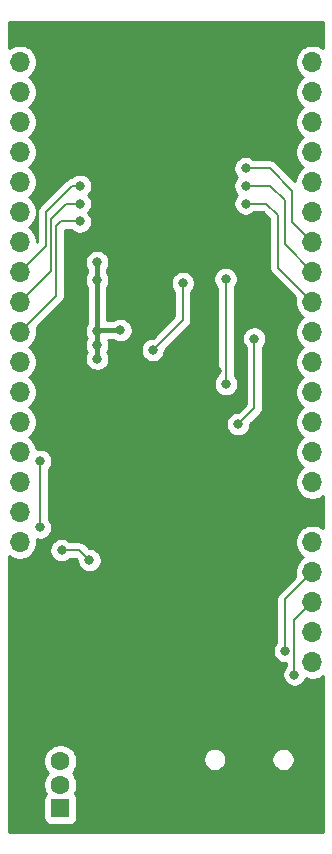
<source format=gbr>
%TF.GenerationSoftware,KiCad,Pcbnew,5.1.9-73d0e3b20d~88~ubuntu20.04.1*%
%TF.CreationDate,2021-03-20T23:45:23+05:30*%
%TF.ProjectId,ESP32-S2,45535033-322d-4533-922e-6b696361645f,rev?*%
%TF.SameCoordinates,Original*%
%TF.FileFunction,Copper,L2,Bot*%
%TF.FilePolarity,Positive*%
%FSLAX46Y46*%
G04 Gerber Fmt 4.6, Leading zero omitted, Abs format (unit mm)*
G04 Created by KiCad (PCBNEW 5.1.9-73d0e3b20d~88~ubuntu20.04.1) date 2021-03-20 23:45:23*
%MOMM*%
%LPD*%
G01*
G04 APERTURE LIST*
%TA.AperFunction,ComponentPad*%
%ADD10O,1.700000X1.700000*%
%TD*%
%TA.AperFunction,ComponentPad*%
%ADD11R,1.700000X1.700000*%
%TD*%
%TA.AperFunction,ComponentPad*%
%ADD12C,2.150000*%
%TD*%
%TA.AperFunction,ComponentPad*%
%ADD13R,1.600000X1.600000*%
%TD*%
%TA.AperFunction,ComponentPad*%
%ADD14C,1.600000*%
%TD*%
%TA.AperFunction,ComponentPad*%
%ADD15O,1.050000X2.100000*%
%TD*%
%TA.AperFunction,ViaPad*%
%ADD16C,0.800000*%
%TD*%
%TA.AperFunction,Conductor*%
%ADD17C,0.400000*%
%TD*%
%TA.AperFunction,Conductor*%
%ADD18C,0.200000*%
%TD*%
%TA.AperFunction,Conductor*%
%ADD19C,0.254000*%
%TD*%
%TA.AperFunction,Conductor*%
%ADD20C,0.100000*%
%TD*%
G04 APERTURE END LIST*
D10*
X163240000Y-122015000D03*
X163240000Y-119475000D03*
X163240000Y-116935000D03*
X163240000Y-114395000D03*
X163240000Y-111855000D03*
X163240000Y-109315000D03*
X163240000Y-106775000D03*
X163240000Y-104235000D03*
X163240000Y-101695000D03*
X163240000Y-99155000D03*
X163240000Y-96615000D03*
X163240000Y-94075000D03*
X163240000Y-91535000D03*
X163240000Y-88995000D03*
X163240000Y-86455000D03*
X163240000Y-83915000D03*
X163240000Y-81375000D03*
X163240000Y-78835000D03*
X163240000Y-76295000D03*
X163240000Y-73755000D03*
X163240000Y-71215000D03*
D11*
X163240000Y-68675000D03*
D12*
X139180000Y-135130000D03*
X139180000Y-128130000D03*
X144620000Y-128130000D03*
X144620000Y-135130000D03*
D13*
X141900000Y-134400000D03*
D14*
X141900000Y-132400000D03*
X141900000Y-130400000D03*
X141900000Y-128400000D03*
D10*
X138450000Y-111855000D03*
X138450000Y-109315000D03*
X138450000Y-106775000D03*
X138450000Y-104235000D03*
X138450000Y-101695000D03*
X138450000Y-99155000D03*
X138450000Y-96615000D03*
X138450000Y-94075000D03*
X138450000Y-91535000D03*
X138450000Y-88995000D03*
X138450000Y-86455000D03*
X138450000Y-83915000D03*
X138450000Y-81375000D03*
X138450000Y-78835000D03*
X138450000Y-76295000D03*
X138450000Y-73755000D03*
X138450000Y-71215000D03*
D11*
X138450000Y-68675000D03*
D15*
X162180000Y-133900000D03*
X153540000Y-133900000D03*
X162180000Y-129720000D03*
X153540000Y-129720000D03*
D16*
X157811740Y-68200000D03*
X143726900Y-68200000D03*
X139049760Y-114734340D03*
X152731000Y-76250000D03*
X157470004Y-93150000D03*
X142670000Y-106760000D03*
X148220000Y-114220000D03*
X146100000Y-98150000D03*
X155190000Y-97410000D03*
X156930000Y-100150000D03*
X157270000Y-122160000D03*
X155500000Y-124360000D03*
X160710000Y-124570000D03*
X155920000Y-109600000D03*
X149510000Y-80010000D03*
X151010000Y-80010000D03*
X148010000Y-80010000D03*
X152740000Y-74750000D03*
X152730000Y-77750000D03*
X146180000Y-77750000D03*
X146180000Y-76250000D03*
X146180000Y-74750000D03*
X147190000Y-72750000D03*
X149500000Y-72150000D03*
X152070000Y-72530000D03*
X149110000Y-122600000D03*
X144325000Y-125405000D03*
X148595000Y-125415000D03*
X152880000Y-125450000D03*
X145007931Y-95150000D03*
X145007931Y-96332069D03*
X145007931Y-93967931D03*
X145007931Y-88142069D03*
X145007931Y-89667931D03*
X146980000Y-93920000D03*
X152260000Y-89920000D03*
X149720000Y-95580000D03*
X140170002Y-104990000D03*
X140170000Y-110620000D03*
X142010000Y-112540000D03*
X144350000Y-113380000D03*
X155920000Y-98490000D03*
X155890000Y-89579996D03*
X156950000Y-101870000D03*
X158310002Y-94620000D03*
X143550640Y-84701380D03*
X143560800Y-83200240D03*
X143560800Y-81699100D03*
X160920000Y-121070000D03*
X157584140Y-83197700D03*
X157584140Y-81699100D03*
X157584140Y-80197960D03*
X161714980Y-123075016D03*
D17*
X145007931Y-95150000D02*
X145007931Y-96332069D01*
X145007931Y-93967931D02*
X145007931Y-95150000D01*
X145007931Y-93967931D02*
X145007931Y-89667931D01*
X145007931Y-89667931D02*
X145007931Y-89667931D01*
X145007931Y-89667931D02*
X145007931Y-88142069D01*
X145055862Y-93920000D02*
X145007931Y-93967931D01*
X146980000Y-93920000D02*
X145055862Y-93920000D01*
D18*
X152240000Y-89940000D02*
X152260000Y-89920000D01*
X152260000Y-93040000D02*
X149720000Y-95580000D01*
X152260000Y-89920000D02*
X152260000Y-93040000D01*
X140170002Y-110619998D02*
X140170000Y-110620000D01*
X140170002Y-104990000D02*
X140170002Y-110619998D01*
X142010000Y-112540000D02*
X143510000Y-112540000D01*
X143510000Y-112540000D02*
X144350000Y-113380000D01*
X155920000Y-89609996D02*
X155890000Y-89579996D01*
X155920000Y-98490000D02*
X155920000Y-89609996D01*
X158310002Y-100509998D02*
X158310002Y-94620000D01*
X156950000Y-101870000D02*
X158310002Y-100509998D01*
X141953700Y-84696300D02*
X143560800Y-84696300D01*
X141538960Y-85111040D02*
X141953700Y-84696300D01*
X141538960Y-90986040D02*
X141538960Y-85111040D01*
X138450000Y-94075000D02*
X141538960Y-90986040D01*
X142413754Y-83200240D02*
X143555720Y-83200240D01*
X141080011Y-84533983D02*
X142413754Y-83200240D01*
X141080011Y-88904989D02*
X141080011Y-84533983D01*
X138450000Y-91535000D02*
X141080011Y-88904989D01*
X138450000Y-88995000D02*
X140680000Y-86765000D01*
X140680000Y-86765000D02*
X140680000Y-83884675D01*
X140680000Y-83884675D02*
X142865575Y-81699100D01*
X142865575Y-81699100D02*
X143431260Y-81699100D01*
X160920000Y-116715000D02*
X160920000Y-121070000D01*
X163240000Y-114395000D02*
X160920000Y-116715000D01*
X163250000Y-91525000D02*
X163250000Y-90847300D01*
X160325000Y-88620000D02*
X163240000Y-91535000D01*
X160325000Y-84200000D02*
X160325000Y-88620000D01*
X157584140Y-83197700D02*
X159322700Y-83197700D01*
X159322700Y-83197700D02*
X160325000Y-84200000D01*
X160900000Y-82925000D02*
X160900000Y-86655000D01*
X157584140Y-81699100D02*
X159674100Y-81699100D01*
X159674100Y-81699100D02*
X160900000Y-82925000D01*
X160900000Y-86655000D02*
X163240000Y-88995000D01*
X161550000Y-82100000D02*
X161550000Y-84765000D01*
X161550000Y-84765000D02*
X163240000Y-86455000D01*
X157584140Y-80197960D02*
X159647960Y-80197960D01*
X159647960Y-80197960D02*
X161550000Y-82100000D01*
X161714980Y-118460020D02*
X161714980Y-123075016D01*
X163240000Y-116935000D02*
X161714980Y-118460020D01*
D19*
X164115000Y-70013662D02*
X163943411Y-69899010D01*
X163673158Y-69787068D01*
X163386260Y-69730000D01*
X163093740Y-69730000D01*
X162806842Y-69787068D01*
X162536589Y-69899010D01*
X162293368Y-70061525D01*
X162086525Y-70268368D01*
X161924010Y-70511589D01*
X161812068Y-70781842D01*
X161755000Y-71068740D01*
X161755000Y-71361260D01*
X161812068Y-71648158D01*
X161924010Y-71918411D01*
X162086525Y-72161632D01*
X162293368Y-72368475D01*
X162467760Y-72485000D01*
X162293368Y-72601525D01*
X162086525Y-72808368D01*
X161924010Y-73051589D01*
X161812068Y-73321842D01*
X161755000Y-73608740D01*
X161755000Y-73901260D01*
X161812068Y-74188158D01*
X161924010Y-74458411D01*
X162086525Y-74701632D01*
X162293368Y-74908475D01*
X162467760Y-75025000D01*
X162293368Y-75141525D01*
X162086525Y-75348368D01*
X161924010Y-75591589D01*
X161812068Y-75861842D01*
X161755000Y-76148740D01*
X161755000Y-76441260D01*
X161812068Y-76728158D01*
X161924010Y-76998411D01*
X162086525Y-77241632D01*
X162293368Y-77448475D01*
X162467760Y-77565000D01*
X162293368Y-77681525D01*
X162086525Y-77888368D01*
X161924010Y-78131589D01*
X161812068Y-78401842D01*
X161755000Y-78688740D01*
X161755000Y-78981260D01*
X161812068Y-79268158D01*
X161924010Y-79538411D01*
X162086525Y-79781632D01*
X162293368Y-79988475D01*
X162467760Y-80105000D01*
X162293368Y-80221525D01*
X162086525Y-80428368D01*
X161924010Y-80671589D01*
X161812068Y-80941842D01*
X161755000Y-81228740D01*
X161755000Y-81265553D01*
X160193218Y-79703772D01*
X160170198Y-79675722D01*
X160058280Y-79583873D01*
X159930593Y-79515623D01*
X159792045Y-79473595D01*
X159684065Y-79462960D01*
X159647960Y-79459404D01*
X159611855Y-79462960D01*
X158312851Y-79462960D01*
X158243914Y-79394023D01*
X158074396Y-79280755D01*
X157886038Y-79202734D01*
X157686079Y-79162960D01*
X157482201Y-79162960D01*
X157282242Y-79202734D01*
X157093884Y-79280755D01*
X156924366Y-79394023D01*
X156780203Y-79538186D01*
X156666935Y-79707704D01*
X156588914Y-79896062D01*
X156549140Y-80096021D01*
X156549140Y-80299899D01*
X156588914Y-80499858D01*
X156666935Y-80688216D01*
X156780203Y-80857734D01*
X156870999Y-80948530D01*
X156780203Y-81039326D01*
X156666935Y-81208844D01*
X156588914Y-81397202D01*
X156549140Y-81597161D01*
X156549140Y-81801039D01*
X156588914Y-82000998D01*
X156666935Y-82189356D01*
X156780203Y-82358874D01*
X156869729Y-82448400D01*
X156780203Y-82537926D01*
X156666935Y-82707444D01*
X156588914Y-82895802D01*
X156549140Y-83095761D01*
X156549140Y-83299639D01*
X156588914Y-83499598D01*
X156666935Y-83687956D01*
X156780203Y-83857474D01*
X156924366Y-84001637D01*
X157093884Y-84114905D01*
X157282242Y-84192926D01*
X157482201Y-84232700D01*
X157686079Y-84232700D01*
X157886038Y-84192926D01*
X158074396Y-84114905D01*
X158243914Y-84001637D01*
X158312851Y-83932700D01*
X159018254Y-83932700D01*
X159590000Y-84504447D01*
X159590001Y-88583885D01*
X159586444Y-88620000D01*
X159600635Y-88764085D01*
X159639669Y-88892759D01*
X159642664Y-88902633D01*
X159710914Y-89030320D01*
X159802763Y-89142238D01*
X159830808Y-89165254D01*
X161804656Y-91139103D01*
X161755000Y-91388740D01*
X161755000Y-91681260D01*
X161812068Y-91968158D01*
X161924010Y-92238411D01*
X162086525Y-92481632D01*
X162293368Y-92688475D01*
X162467760Y-92805000D01*
X162293368Y-92921525D01*
X162086525Y-93128368D01*
X161924010Y-93371589D01*
X161812068Y-93641842D01*
X161755000Y-93928740D01*
X161755000Y-94221260D01*
X161812068Y-94508158D01*
X161924010Y-94778411D01*
X162086525Y-95021632D01*
X162293368Y-95228475D01*
X162467760Y-95345000D01*
X162293368Y-95461525D01*
X162086525Y-95668368D01*
X161924010Y-95911589D01*
X161812068Y-96181842D01*
X161755000Y-96468740D01*
X161755000Y-96761260D01*
X161812068Y-97048158D01*
X161924010Y-97318411D01*
X162086525Y-97561632D01*
X162293368Y-97768475D01*
X162467760Y-97885000D01*
X162293368Y-98001525D01*
X162086525Y-98208368D01*
X161924010Y-98451589D01*
X161812068Y-98721842D01*
X161755000Y-99008740D01*
X161755000Y-99301260D01*
X161812068Y-99588158D01*
X161924010Y-99858411D01*
X162086525Y-100101632D01*
X162293368Y-100308475D01*
X162467760Y-100425000D01*
X162293368Y-100541525D01*
X162086525Y-100748368D01*
X161924010Y-100991589D01*
X161812068Y-101261842D01*
X161755000Y-101548740D01*
X161755000Y-101841260D01*
X161812068Y-102128158D01*
X161924010Y-102398411D01*
X162086525Y-102641632D01*
X162293368Y-102848475D01*
X162467760Y-102965000D01*
X162293368Y-103081525D01*
X162086525Y-103288368D01*
X161924010Y-103531589D01*
X161812068Y-103801842D01*
X161755000Y-104088740D01*
X161755000Y-104381260D01*
X161812068Y-104668158D01*
X161924010Y-104938411D01*
X162086525Y-105181632D01*
X162293368Y-105388475D01*
X162467760Y-105505000D01*
X162293368Y-105621525D01*
X162086525Y-105828368D01*
X161924010Y-106071589D01*
X161812068Y-106341842D01*
X161755000Y-106628740D01*
X161755000Y-106921260D01*
X161812068Y-107208158D01*
X161924010Y-107478411D01*
X162086525Y-107721632D01*
X162293368Y-107928475D01*
X162536589Y-108090990D01*
X162806842Y-108202932D01*
X163093740Y-108260000D01*
X163386260Y-108260000D01*
X163673158Y-108202932D01*
X163943411Y-108090990D01*
X164115001Y-107976338D01*
X164115001Y-110653662D01*
X163943411Y-110539010D01*
X163673158Y-110427068D01*
X163386260Y-110370000D01*
X163093740Y-110370000D01*
X162806842Y-110427068D01*
X162536589Y-110539010D01*
X162293368Y-110701525D01*
X162086525Y-110908368D01*
X161924010Y-111151589D01*
X161812068Y-111421842D01*
X161755000Y-111708740D01*
X161755000Y-112001260D01*
X161812068Y-112288158D01*
X161924010Y-112558411D01*
X162086525Y-112801632D01*
X162293368Y-113008475D01*
X162467760Y-113125000D01*
X162293368Y-113241525D01*
X162086525Y-113448368D01*
X161924010Y-113691589D01*
X161812068Y-113961842D01*
X161755000Y-114248740D01*
X161755000Y-114541260D01*
X161804656Y-114790897D01*
X160425808Y-116169746D01*
X160397762Y-116192763D01*
X160305913Y-116304681D01*
X160237663Y-116432368D01*
X160209660Y-116524681D01*
X160195635Y-116570915D01*
X160181444Y-116715000D01*
X160185000Y-116751105D01*
X160185001Y-120341288D01*
X160116063Y-120410226D01*
X160002795Y-120579744D01*
X159924774Y-120768102D01*
X159885000Y-120968061D01*
X159885000Y-121171939D01*
X159924774Y-121371898D01*
X160002795Y-121560256D01*
X160116063Y-121729774D01*
X160260226Y-121873937D01*
X160429744Y-121987205D01*
X160618102Y-122065226D01*
X160818061Y-122105000D01*
X160979981Y-122105000D01*
X160979981Y-122346304D01*
X160911043Y-122415242D01*
X160797775Y-122584760D01*
X160719754Y-122773118D01*
X160679980Y-122973077D01*
X160679980Y-123176955D01*
X160719754Y-123376914D01*
X160797775Y-123565272D01*
X160911043Y-123734790D01*
X161055206Y-123878953D01*
X161224724Y-123992221D01*
X161413082Y-124070242D01*
X161613041Y-124110016D01*
X161816919Y-124110016D01*
X162016878Y-124070242D01*
X162205236Y-123992221D01*
X162374754Y-123878953D01*
X162518917Y-123734790D01*
X162632185Y-123565272D01*
X162701017Y-123399098D01*
X162806842Y-123442932D01*
X163093740Y-123500000D01*
X163386260Y-123500000D01*
X163673158Y-123442932D01*
X163943411Y-123330990D01*
X164115001Y-123216337D01*
X164115001Y-136415000D01*
X137585000Y-136415000D01*
X137585000Y-133600000D01*
X140461928Y-133600000D01*
X140461928Y-135200000D01*
X140474188Y-135324482D01*
X140510498Y-135444180D01*
X140569463Y-135554494D01*
X140648815Y-135651185D01*
X140745506Y-135730537D01*
X140855820Y-135789502D01*
X140975518Y-135825812D01*
X141100000Y-135838072D01*
X142700000Y-135838072D01*
X142824482Y-135825812D01*
X142944180Y-135789502D01*
X143054494Y-135730537D01*
X143151185Y-135651185D01*
X143230537Y-135554494D01*
X143289502Y-135444180D01*
X143325812Y-135324482D01*
X143338072Y-135200000D01*
X143338072Y-133600000D01*
X143325812Y-133475518D01*
X143289502Y-133355820D01*
X143230537Y-133245506D01*
X143151185Y-133148815D01*
X143134607Y-133135210D01*
X143171680Y-133079727D01*
X143279853Y-132818574D01*
X143335000Y-132541335D01*
X143335000Y-132258665D01*
X143279853Y-131981426D01*
X143171680Y-131720273D01*
X143014637Y-131485241D01*
X142929396Y-131400000D01*
X143014637Y-131314759D01*
X143171680Y-131079727D01*
X143279853Y-130818574D01*
X143335000Y-130541335D01*
X143335000Y-130258665D01*
X143313979Y-130152986D01*
X153985000Y-130152986D01*
X153985000Y-130347014D01*
X154022853Y-130537314D01*
X154097104Y-130716572D01*
X154204901Y-130877901D01*
X154342099Y-131015099D01*
X154503428Y-131122896D01*
X154682686Y-131197147D01*
X154872986Y-131235000D01*
X155067014Y-131235000D01*
X155257314Y-131197147D01*
X155436572Y-131122896D01*
X155597901Y-131015099D01*
X155735099Y-130877901D01*
X155842896Y-130716572D01*
X155917147Y-130537314D01*
X155955000Y-130347014D01*
X155955000Y-130152986D01*
X159765000Y-130152986D01*
X159765000Y-130347014D01*
X159802853Y-130537314D01*
X159877104Y-130716572D01*
X159984901Y-130877901D01*
X160122099Y-131015099D01*
X160283428Y-131122896D01*
X160462686Y-131197147D01*
X160652986Y-131235000D01*
X160847014Y-131235000D01*
X161037314Y-131197147D01*
X161216572Y-131122896D01*
X161377901Y-131015099D01*
X161515099Y-130877901D01*
X161622896Y-130716572D01*
X161697147Y-130537314D01*
X161735000Y-130347014D01*
X161735000Y-130152986D01*
X161697147Y-129962686D01*
X161622896Y-129783428D01*
X161515099Y-129622099D01*
X161377901Y-129484901D01*
X161216572Y-129377104D01*
X161037314Y-129302853D01*
X160847014Y-129265000D01*
X160652986Y-129265000D01*
X160462686Y-129302853D01*
X160283428Y-129377104D01*
X160122099Y-129484901D01*
X159984901Y-129622099D01*
X159877104Y-129783428D01*
X159802853Y-129962686D01*
X159765000Y-130152986D01*
X155955000Y-130152986D01*
X155917147Y-129962686D01*
X155842896Y-129783428D01*
X155735099Y-129622099D01*
X155597901Y-129484901D01*
X155436572Y-129377104D01*
X155257314Y-129302853D01*
X155067014Y-129265000D01*
X154872986Y-129265000D01*
X154682686Y-129302853D01*
X154503428Y-129377104D01*
X154342099Y-129484901D01*
X154204901Y-129622099D01*
X154097104Y-129783428D01*
X154022853Y-129962686D01*
X153985000Y-130152986D01*
X143313979Y-130152986D01*
X143279853Y-129981426D01*
X143171680Y-129720273D01*
X143014637Y-129485241D01*
X142814759Y-129285363D01*
X142579727Y-129128320D01*
X142318574Y-129020147D01*
X142041335Y-128965000D01*
X141758665Y-128965000D01*
X141481426Y-129020147D01*
X141220273Y-129128320D01*
X140985241Y-129285363D01*
X140785363Y-129485241D01*
X140628320Y-129720273D01*
X140520147Y-129981426D01*
X140465000Y-130258665D01*
X140465000Y-130541335D01*
X140520147Y-130818574D01*
X140628320Y-131079727D01*
X140785363Y-131314759D01*
X140870604Y-131400000D01*
X140785363Y-131485241D01*
X140628320Y-131720273D01*
X140520147Y-131981426D01*
X140465000Y-132258665D01*
X140465000Y-132541335D01*
X140520147Y-132818574D01*
X140628320Y-133079727D01*
X140665393Y-133135210D01*
X140648815Y-133148815D01*
X140569463Y-133245506D01*
X140510498Y-133355820D01*
X140474188Y-133475518D01*
X140461928Y-133600000D01*
X137585000Y-133600000D01*
X137585000Y-113063020D01*
X137746589Y-113170990D01*
X138016842Y-113282932D01*
X138303740Y-113340000D01*
X138596260Y-113340000D01*
X138883158Y-113282932D01*
X139153411Y-113170990D01*
X139396632Y-113008475D01*
X139603475Y-112801632D01*
X139765990Y-112558411D01*
X139815840Y-112438061D01*
X140975000Y-112438061D01*
X140975000Y-112641939D01*
X141014774Y-112841898D01*
X141092795Y-113030256D01*
X141206063Y-113199774D01*
X141350226Y-113343937D01*
X141519744Y-113457205D01*
X141708102Y-113535226D01*
X141908061Y-113575000D01*
X142111939Y-113575000D01*
X142311898Y-113535226D01*
X142500256Y-113457205D01*
X142669774Y-113343937D01*
X142738711Y-113275000D01*
X143205554Y-113275000D01*
X143315000Y-113384446D01*
X143315000Y-113481939D01*
X143354774Y-113681898D01*
X143432795Y-113870256D01*
X143546063Y-114039774D01*
X143690226Y-114183937D01*
X143859744Y-114297205D01*
X144048102Y-114375226D01*
X144248061Y-114415000D01*
X144451939Y-114415000D01*
X144651898Y-114375226D01*
X144840256Y-114297205D01*
X145009774Y-114183937D01*
X145153937Y-114039774D01*
X145267205Y-113870256D01*
X145345226Y-113681898D01*
X145385000Y-113481939D01*
X145385000Y-113278061D01*
X145345226Y-113078102D01*
X145267205Y-112889744D01*
X145153937Y-112720226D01*
X145009774Y-112576063D01*
X144840256Y-112462795D01*
X144651898Y-112384774D01*
X144451939Y-112345000D01*
X144354446Y-112345000D01*
X144055258Y-112045812D01*
X144032238Y-112017762D01*
X143920320Y-111925913D01*
X143792633Y-111857663D01*
X143654085Y-111815635D01*
X143546105Y-111805000D01*
X143510000Y-111801444D01*
X143473895Y-111805000D01*
X142738711Y-111805000D01*
X142669774Y-111736063D01*
X142500256Y-111622795D01*
X142311898Y-111544774D01*
X142111939Y-111505000D01*
X141908061Y-111505000D01*
X141708102Y-111544774D01*
X141519744Y-111622795D01*
X141350226Y-111736063D01*
X141206063Y-111880226D01*
X141092795Y-112049744D01*
X141014774Y-112238102D01*
X140975000Y-112438061D01*
X139815840Y-112438061D01*
X139877932Y-112288158D01*
X139935000Y-112001260D01*
X139935000Y-111708740D01*
X139918388Y-111625229D01*
X140068061Y-111655000D01*
X140271939Y-111655000D01*
X140471898Y-111615226D01*
X140660256Y-111537205D01*
X140829774Y-111423937D01*
X140973937Y-111279774D01*
X141087205Y-111110256D01*
X141165226Y-110921898D01*
X141205000Y-110721939D01*
X141205000Y-110518061D01*
X141165226Y-110318102D01*
X141087205Y-110129744D01*
X140973937Y-109960226D01*
X140905002Y-109891291D01*
X140905002Y-105718711D01*
X140973939Y-105649774D01*
X141087207Y-105480256D01*
X141165228Y-105291898D01*
X141205002Y-105091939D01*
X141205002Y-104888061D01*
X141165228Y-104688102D01*
X141087207Y-104499744D01*
X140973939Y-104330226D01*
X140829776Y-104186063D01*
X140660258Y-104072795D01*
X140471900Y-103994774D01*
X140271941Y-103955000D01*
X140068063Y-103955000D01*
X139914474Y-103985550D01*
X139877932Y-103801842D01*
X139765990Y-103531589D01*
X139603475Y-103288368D01*
X139396632Y-103081525D01*
X139222240Y-102965000D01*
X139396632Y-102848475D01*
X139603475Y-102641632D01*
X139765990Y-102398411D01*
X139877932Y-102128158D01*
X139935000Y-101841260D01*
X139935000Y-101768061D01*
X155915000Y-101768061D01*
X155915000Y-101971939D01*
X155954774Y-102171898D01*
X156032795Y-102360256D01*
X156146063Y-102529774D01*
X156290226Y-102673937D01*
X156459744Y-102787205D01*
X156648102Y-102865226D01*
X156848061Y-102905000D01*
X157051939Y-102905000D01*
X157251898Y-102865226D01*
X157440256Y-102787205D01*
X157609774Y-102673937D01*
X157753937Y-102529774D01*
X157867205Y-102360256D01*
X157945226Y-102171898D01*
X157985000Y-101971939D01*
X157985000Y-101874446D01*
X158804199Y-101055248D01*
X158832239Y-101032236D01*
X158855252Y-101004195D01*
X158855255Y-101004192D01*
X158924088Y-100920319D01*
X158924089Y-100920318D01*
X158992339Y-100792631D01*
X159034367Y-100654083D01*
X159045002Y-100546103D01*
X159045002Y-100546094D01*
X159048557Y-100509999D01*
X159045002Y-100473904D01*
X159045002Y-95348711D01*
X159113939Y-95279774D01*
X159227207Y-95110256D01*
X159305228Y-94921898D01*
X159345002Y-94721939D01*
X159345002Y-94518061D01*
X159305228Y-94318102D01*
X159227207Y-94129744D01*
X159113939Y-93960226D01*
X158969776Y-93816063D01*
X158800258Y-93702795D01*
X158611900Y-93624774D01*
X158411941Y-93585000D01*
X158208063Y-93585000D01*
X158008104Y-93624774D01*
X157819746Y-93702795D01*
X157650228Y-93816063D01*
X157506065Y-93960226D01*
X157392797Y-94129744D01*
X157314776Y-94318102D01*
X157275002Y-94518061D01*
X157275002Y-94721939D01*
X157314776Y-94921898D01*
X157392797Y-95110256D01*
X157506065Y-95279774D01*
X157575003Y-95348712D01*
X157575002Y-100205551D01*
X156945554Y-100835000D01*
X156848061Y-100835000D01*
X156648102Y-100874774D01*
X156459744Y-100952795D01*
X156290226Y-101066063D01*
X156146063Y-101210226D01*
X156032795Y-101379744D01*
X155954774Y-101568102D01*
X155915000Y-101768061D01*
X139935000Y-101768061D01*
X139935000Y-101548740D01*
X139877932Y-101261842D01*
X139765990Y-100991589D01*
X139603475Y-100748368D01*
X139396632Y-100541525D01*
X139222240Y-100425000D01*
X139396632Y-100308475D01*
X139603475Y-100101632D01*
X139765990Y-99858411D01*
X139877932Y-99588158D01*
X139935000Y-99301260D01*
X139935000Y-99008740D01*
X139877932Y-98721842D01*
X139765990Y-98451589D01*
X139603475Y-98208368D01*
X139396632Y-98001525D01*
X139222240Y-97885000D01*
X139396632Y-97768475D01*
X139603475Y-97561632D01*
X139765990Y-97318411D01*
X139877932Y-97048158D01*
X139935000Y-96761260D01*
X139935000Y-96468740D01*
X139877932Y-96181842D01*
X139765990Y-95911589D01*
X139603475Y-95668368D01*
X139396632Y-95461525D01*
X139222240Y-95345000D01*
X139396632Y-95228475D01*
X139603475Y-95021632D01*
X139765990Y-94778411D01*
X139877932Y-94508158D01*
X139935000Y-94221260D01*
X139935000Y-93928740D01*
X139885344Y-93679103D01*
X142033157Y-91531290D01*
X142061197Y-91508278D01*
X142084210Y-91480237D01*
X142084213Y-91480234D01*
X142153046Y-91396361D01*
X142153047Y-91396360D01*
X142221297Y-91268673D01*
X142263325Y-91130125D01*
X142273960Y-91022145D01*
X142273960Y-91022138D01*
X142277515Y-90986041D01*
X142273960Y-90949944D01*
X142273960Y-88040130D01*
X143972931Y-88040130D01*
X143972931Y-88244008D01*
X144012705Y-88443967D01*
X144090726Y-88632325D01*
X144172932Y-88755355D01*
X144172931Y-89054646D01*
X144090726Y-89177675D01*
X144012705Y-89366033D01*
X143972931Y-89565992D01*
X143972931Y-89769870D01*
X144012705Y-89969829D01*
X144090726Y-90158187D01*
X144172932Y-90281217D01*
X144172931Y-93354646D01*
X144090726Y-93477675D01*
X144012705Y-93666033D01*
X143972931Y-93865992D01*
X143972931Y-94069870D01*
X144012705Y-94269829D01*
X144090726Y-94458187D01*
X144158064Y-94558965D01*
X144090726Y-94659744D01*
X144012705Y-94848102D01*
X143972931Y-95048061D01*
X143972931Y-95251939D01*
X144012705Y-95451898D01*
X144090726Y-95640256D01*
X144158064Y-95741035D01*
X144090726Y-95841813D01*
X144012705Y-96030171D01*
X143972931Y-96230130D01*
X143972931Y-96434008D01*
X144012705Y-96633967D01*
X144090726Y-96822325D01*
X144203994Y-96991843D01*
X144348157Y-97136006D01*
X144517675Y-97249274D01*
X144706033Y-97327295D01*
X144905992Y-97367069D01*
X145109870Y-97367069D01*
X145309829Y-97327295D01*
X145498187Y-97249274D01*
X145667705Y-97136006D01*
X145811868Y-96991843D01*
X145925136Y-96822325D01*
X146003157Y-96633967D01*
X146042931Y-96434008D01*
X146042931Y-96230130D01*
X146003157Y-96030171D01*
X145925136Y-95841813D01*
X145857798Y-95741035D01*
X145925136Y-95640256D01*
X145992319Y-95478061D01*
X148685000Y-95478061D01*
X148685000Y-95681939D01*
X148724774Y-95881898D01*
X148802795Y-96070256D01*
X148916063Y-96239774D01*
X149060226Y-96383937D01*
X149229744Y-96497205D01*
X149418102Y-96575226D01*
X149618061Y-96615000D01*
X149821939Y-96615000D01*
X150021898Y-96575226D01*
X150210256Y-96497205D01*
X150379774Y-96383937D01*
X150523937Y-96239774D01*
X150637205Y-96070256D01*
X150715226Y-95881898D01*
X150755000Y-95681939D01*
X150755000Y-95584446D01*
X152754193Y-93585254D01*
X152782238Y-93562238D01*
X152874087Y-93450320D01*
X152942337Y-93322633D01*
X152984365Y-93184085D01*
X152995000Y-93076105D01*
X152995000Y-93076096D01*
X152998555Y-93040001D01*
X152995000Y-93003906D01*
X152995000Y-90648711D01*
X153063937Y-90579774D01*
X153177205Y-90410256D01*
X153255226Y-90221898D01*
X153295000Y-90021939D01*
X153295000Y-89818061D01*
X153255226Y-89618102D01*
X153197218Y-89478057D01*
X154855000Y-89478057D01*
X154855000Y-89681935D01*
X154894774Y-89881894D01*
X154972795Y-90070252D01*
X155086063Y-90239770D01*
X155185001Y-90338708D01*
X155185000Y-97761289D01*
X155116063Y-97830226D01*
X155002795Y-97999744D01*
X154924774Y-98188102D01*
X154885000Y-98388061D01*
X154885000Y-98591939D01*
X154924774Y-98791898D01*
X155002795Y-98980256D01*
X155116063Y-99149774D01*
X155260226Y-99293937D01*
X155429744Y-99407205D01*
X155618102Y-99485226D01*
X155818061Y-99525000D01*
X156021939Y-99525000D01*
X156221898Y-99485226D01*
X156410256Y-99407205D01*
X156579774Y-99293937D01*
X156723937Y-99149774D01*
X156837205Y-98980256D01*
X156915226Y-98791898D01*
X156955000Y-98591939D01*
X156955000Y-98388061D01*
X156915226Y-98188102D01*
X156837205Y-97999744D01*
X156723937Y-97830226D01*
X156655000Y-97761289D01*
X156655000Y-90278707D01*
X156693937Y-90239770D01*
X156807205Y-90070252D01*
X156885226Y-89881894D01*
X156925000Y-89681935D01*
X156925000Y-89478057D01*
X156885226Y-89278098D01*
X156807205Y-89089740D01*
X156693937Y-88920222D01*
X156549774Y-88776059D01*
X156380256Y-88662791D01*
X156191898Y-88584770D01*
X155991939Y-88544996D01*
X155788061Y-88544996D01*
X155588102Y-88584770D01*
X155399744Y-88662791D01*
X155230226Y-88776059D01*
X155086063Y-88920222D01*
X154972795Y-89089740D01*
X154894774Y-89278098D01*
X154855000Y-89478057D01*
X153197218Y-89478057D01*
X153177205Y-89429744D01*
X153063937Y-89260226D01*
X152919774Y-89116063D01*
X152750256Y-89002795D01*
X152561898Y-88924774D01*
X152361939Y-88885000D01*
X152158061Y-88885000D01*
X151958102Y-88924774D01*
X151769744Y-89002795D01*
X151600226Y-89116063D01*
X151456063Y-89260226D01*
X151342795Y-89429744D01*
X151264774Y-89618102D01*
X151225000Y-89818061D01*
X151225000Y-90021939D01*
X151264774Y-90221898D01*
X151342795Y-90410256D01*
X151456063Y-90579774D01*
X151525000Y-90648711D01*
X151525001Y-92735552D01*
X149715554Y-94545000D01*
X149618061Y-94545000D01*
X149418102Y-94584774D01*
X149229744Y-94662795D01*
X149060226Y-94776063D01*
X148916063Y-94920226D01*
X148802795Y-95089744D01*
X148724774Y-95278102D01*
X148685000Y-95478061D01*
X145992319Y-95478061D01*
X146003157Y-95451898D01*
X146042931Y-95251939D01*
X146042931Y-95048061D01*
X146003157Y-94848102D01*
X145964593Y-94755000D01*
X146366715Y-94755000D01*
X146489744Y-94837205D01*
X146678102Y-94915226D01*
X146878061Y-94955000D01*
X147081939Y-94955000D01*
X147281898Y-94915226D01*
X147470256Y-94837205D01*
X147639774Y-94723937D01*
X147783937Y-94579774D01*
X147897205Y-94410256D01*
X147975226Y-94221898D01*
X148015000Y-94021939D01*
X148015000Y-93818061D01*
X147975226Y-93618102D01*
X147897205Y-93429744D01*
X147783937Y-93260226D01*
X147639774Y-93116063D01*
X147470256Y-93002795D01*
X147281898Y-92924774D01*
X147081939Y-92885000D01*
X146878061Y-92885000D01*
X146678102Y-92924774D01*
X146489744Y-93002795D01*
X146366715Y-93085000D01*
X145842931Y-93085000D01*
X145842931Y-90281216D01*
X145925136Y-90158187D01*
X146003157Y-89969829D01*
X146042931Y-89769870D01*
X146042931Y-89565992D01*
X146003157Y-89366033D01*
X145925136Y-89177675D01*
X145842931Y-89054646D01*
X145842931Y-88755354D01*
X145925136Y-88632325D01*
X146003157Y-88443967D01*
X146042931Y-88244008D01*
X146042931Y-88040130D01*
X146003157Y-87840171D01*
X145925136Y-87651813D01*
X145811868Y-87482295D01*
X145667705Y-87338132D01*
X145498187Y-87224864D01*
X145309829Y-87146843D01*
X145109870Y-87107069D01*
X144905992Y-87107069D01*
X144706033Y-87146843D01*
X144517675Y-87224864D01*
X144348157Y-87338132D01*
X144203994Y-87482295D01*
X144090726Y-87651813D01*
X144012705Y-87840171D01*
X143972931Y-88040130D01*
X142273960Y-88040130D01*
X142273960Y-85431300D01*
X142816849Y-85431300D01*
X142890866Y-85505317D01*
X143060384Y-85618585D01*
X143248742Y-85696606D01*
X143448701Y-85736380D01*
X143652579Y-85736380D01*
X143852538Y-85696606D01*
X144040896Y-85618585D01*
X144210414Y-85505317D01*
X144354577Y-85361154D01*
X144467845Y-85191636D01*
X144545866Y-85003278D01*
X144585640Y-84803319D01*
X144585640Y-84599441D01*
X144545866Y-84399482D01*
X144467845Y-84211124D01*
X144354577Y-84041606D01*
X144268861Y-83955890D01*
X144364737Y-83860014D01*
X144478005Y-83690496D01*
X144556026Y-83502138D01*
X144595800Y-83302179D01*
X144595800Y-83098301D01*
X144556026Y-82898342D01*
X144478005Y-82709984D01*
X144364737Y-82540466D01*
X144273941Y-82449670D01*
X144364737Y-82358874D01*
X144478005Y-82189356D01*
X144556026Y-82000998D01*
X144595800Y-81801039D01*
X144595800Y-81597161D01*
X144556026Y-81397202D01*
X144478005Y-81208844D01*
X144364737Y-81039326D01*
X144220574Y-80895163D01*
X144051056Y-80781895D01*
X143862698Y-80703874D01*
X143662739Y-80664100D01*
X143458861Y-80664100D01*
X143258902Y-80703874D01*
X143070544Y-80781895D01*
X142901026Y-80895163D01*
X142832375Y-80963814D01*
X142829470Y-80964100D01*
X142721490Y-80974735D01*
X142582942Y-81016763D01*
X142455255Y-81085013D01*
X142343337Y-81176862D01*
X142320321Y-81204907D01*
X140185808Y-83339421D01*
X140157763Y-83362437D01*
X140065914Y-83474355D01*
X140031315Y-83539086D01*
X139997664Y-83602042D01*
X139955635Y-83740590D01*
X139941444Y-83884675D01*
X139945001Y-83920790D01*
X139945000Y-86460553D01*
X139935000Y-86470553D01*
X139935000Y-86308740D01*
X139877932Y-86021842D01*
X139765990Y-85751589D01*
X139603475Y-85508368D01*
X139396632Y-85301525D01*
X139222240Y-85185000D01*
X139396632Y-85068475D01*
X139603475Y-84861632D01*
X139765990Y-84618411D01*
X139877932Y-84348158D01*
X139935000Y-84061260D01*
X139935000Y-83768740D01*
X139877932Y-83481842D01*
X139765990Y-83211589D01*
X139603475Y-82968368D01*
X139396632Y-82761525D01*
X139222240Y-82645000D01*
X139396632Y-82528475D01*
X139603475Y-82321632D01*
X139765990Y-82078411D01*
X139877932Y-81808158D01*
X139935000Y-81521260D01*
X139935000Y-81228740D01*
X139877932Y-80941842D01*
X139765990Y-80671589D01*
X139603475Y-80428368D01*
X139396632Y-80221525D01*
X139222240Y-80105000D01*
X139396632Y-79988475D01*
X139603475Y-79781632D01*
X139765990Y-79538411D01*
X139877932Y-79268158D01*
X139935000Y-78981260D01*
X139935000Y-78688740D01*
X139877932Y-78401842D01*
X139765990Y-78131589D01*
X139603475Y-77888368D01*
X139396632Y-77681525D01*
X139222240Y-77565000D01*
X139396632Y-77448475D01*
X139603475Y-77241632D01*
X139765990Y-76998411D01*
X139877932Y-76728158D01*
X139935000Y-76441260D01*
X139935000Y-76148740D01*
X139877932Y-75861842D01*
X139765990Y-75591589D01*
X139603475Y-75348368D01*
X139396632Y-75141525D01*
X139222240Y-75025000D01*
X139396632Y-74908475D01*
X139603475Y-74701632D01*
X139765990Y-74458411D01*
X139877932Y-74188158D01*
X139935000Y-73901260D01*
X139935000Y-73608740D01*
X139877932Y-73321842D01*
X139765990Y-73051589D01*
X139603475Y-72808368D01*
X139396632Y-72601525D01*
X139222240Y-72485000D01*
X139396632Y-72368475D01*
X139603475Y-72161632D01*
X139765990Y-71918411D01*
X139877932Y-71648158D01*
X139935000Y-71361260D01*
X139935000Y-71068740D01*
X139877932Y-70781842D01*
X139765990Y-70511589D01*
X139603475Y-70268368D01*
X139396632Y-70061525D01*
X139153411Y-69899010D01*
X138883158Y-69787068D01*
X138596260Y-69730000D01*
X138303740Y-69730000D01*
X138016842Y-69787068D01*
X137746589Y-69899010D01*
X137585000Y-70006980D01*
X137585000Y-67785000D01*
X164115000Y-67785000D01*
X164115000Y-70013662D01*
%TA.AperFunction,Conductor*%
D20*
G36*
X164115000Y-70013662D02*
G01*
X163943411Y-69899010D01*
X163673158Y-69787068D01*
X163386260Y-69730000D01*
X163093740Y-69730000D01*
X162806842Y-69787068D01*
X162536589Y-69899010D01*
X162293368Y-70061525D01*
X162086525Y-70268368D01*
X161924010Y-70511589D01*
X161812068Y-70781842D01*
X161755000Y-71068740D01*
X161755000Y-71361260D01*
X161812068Y-71648158D01*
X161924010Y-71918411D01*
X162086525Y-72161632D01*
X162293368Y-72368475D01*
X162467760Y-72485000D01*
X162293368Y-72601525D01*
X162086525Y-72808368D01*
X161924010Y-73051589D01*
X161812068Y-73321842D01*
X161755000Y-73608740D01*
X161755000Y-73901260D01*
X161812068Y-74188158D01*
X161924010Y-74458411D01*
X162086525Y-74701632D01*
X162293368Y-74908475D01*
X162467760Y-75025000D01*
X162293368Y-75141525D01*
X162086525Y-75348368D01*
X161924010Y-75591589D01*
X161812068Y-75861842D01*
X161755000Y-76148740D01*
X161755000Y-76441260D01*
X161812068Y-76728158D01*
X161924010Y-76998411D01*
X162086525Y-77241632D01*
X162293368Y-77448475D01*
X162467760Y-77565000D01*
X162293368Y-77681525D01*
X162086525Y-77888368D01*
X161924010Y-78131589D01*
X161812068Y-78401842D01*
X161755000Y-78688740D01*
X161755000Y-78981260D01*
X161812068Y-79268158D01*
X161924010Y-79538411D01*
X162086525Y-79781632D01*
X162293368Y-79988475D01*
X162467760Y-80105000D01*
X162293368Y-80221525D01*
X162086525Y-80428368D01*
X161924010Y-80671589D01*
X161812068Y-80941842D01*
X161755000Y-81228740D01*
X161755000Y-81265553D01*
X160193218Y-79703772D01*
X160170198Y-79675722D01*
X160058280Y-79583873D01*
X159930593Y-79515623D01*
X159792045Y-79473595D01*
X159684065Y-79462960D01*
X159647960Y-79459404D01*
X159611855Y-79462960D01*
X158312851Y-79462960D01*
X158243914Y-79394023D01*
X158074396Y-79280755D01*
X157886038Y-79202734D01*
X157686079Y-79162960D01*
X157482201Y-79162960D01*
X157282242Y-79202734D01*
X157093884Y-79280755D01*
X156924366Y-79394023D01*
X156780203Y-79538186D01*
X156666935Y-79707704D01*
X156588914Y-79896062D01*
X156549140Y-80096021D01*
X156549140Y-80299899D01*
X156588914Y-80499858D01*
X156666935Y-80688216D01*
X156780203Y-80857734D01*
X156870999Y-80948530D01*
X156780203Y-81039326D01*
X156666935Y-81208844D01*
X156588914Y-81397202D01*
X156549140Y-81597161D01*
X156549140Y-81801039D01*
X156588914Y-82000998D01*
X156666935Y-82189356D01*
X156780203Y-82358874D01*
X156869729Y-82448400D01*
X156780203Y-82537926D01*
X156666935Y-82707444D01*
X156588914Y-82895802D01*
X156549140Y-83095761D01*
X156549140Y-83299639D01*
X156588914Y-83499598D01*
X156666935Y-83687956D01*
X156780203Y-83857474D01*
X156924366Y-84001637D01*
X157093884Y-84114905D01*
X157282242Y-84192926D01*
X157482201Y-84232700D01*
X157686079Y-84232700D01*
X157886038Y-84192926D01*
X158074396Y-84114905D01*
X158243914Y-84001637D01*
X158312851Y-83932700D01*
X159018254Y-83932700D01*
X159590000Y-84504447D01*
X159590001Y-88583885D01*
X159586444Y-88620000D01*
X159600635Y-88764085D01*
X159639669Y-88892759D01*
X159642664Y-88902633D01*
X159710914Y-89030320D01*
X159802763Y-89142238D01*
X159830808Y-89165254D01*
X161804656Y-91139103D01*
X161755000Y-91388740D01*
X161755000Y-91681260D01*
X161812068Y-91968158D01*
X161924010Y-92238411D01*
X162086525Y-92481632D01*
X162293368Y-92688475D01*
X162467760Y-92805000D01*
X162293368Y-92921525D01*
X162086525Y-93128368D01*
X161924010Y-93371589D01*
X161812068Y-93641842D01*
X161755000Y-93928740D01*
X161755000Y-94221260D01*
X161812068Y-94508158D01*
X161924010Y-94778411D01*
X162086525Y-95021632D01*
X162293368Y-95228475D01*
X162467760Y-95345000D01*
X162293368Y-95461525D01*
X162086525Y-95668368D01*
X161924010Y-95911589D01*
X161812068Y-96181842D01*
X161755000Y-96468740D01*
X161755000Y-96761260D01*
X161812068Y-97048158D01*
X161924010Y-97318411D01*
X162086525Y-97561632D01*
X162293368Y-97768475D01*
X162467760Y-97885000D01*
X162293368Y-98001525D01*
X162086525Y-98208368D01*
X161924010Y-98451589D01*
X161812068Y-98721842D01*
X161755000Y-99008740D01*
X161755000Y-99301260D01*
X161812068Y-99588158D01*
X161924010Y-99858411D01*
X162086525Y-100101632D01*
X162293368Y-100308475D01*
X162467760Y-100425000D01*
X162293368Y-100541525D01*
X162086525Y-100748368D01*
X161924010Y-100991589D01*
X161812068Y-101261842D01*
X161755000Y-101548740D01*
X161755000Y-101841260D01*
X161812068Y-102128158D01*
X161924010Y-102398411D01*
X162086525Y-102641632D01*
X162293368Y-102848475D01*
X162467760Y-102965000D01*
X162293368Y-103081525D01*
X162086525Y-103288368D01*
X161924010Y-103531589D01*
X161812068Y-103801842D01*
X161755000Y-104088740D01*
X161755000Y-104381260D01*
X161812068Y-104668158D01*
X161924010Y-104938411D01*
X162086525Y-105181632D01*
X162293368Y-105388475D01*
X162467760Y-105505000D01*
X162293368Y-105621525D01*
X162086525Y-105828368D01*
X161924010Y-106071589D01*
X161812068Y-106341842D01*
X161755000Y-106628740D01*
X161755000Y-106921260D01*
X161812068Y-107208158D01*
X161924010Y-107478411D01*
X162086525Y-107721632D01*
X162293368Y-107928475D01*
X162536589Y-108090990D01*
X162806842Y-108202932D01*
X163093740Y-108260000D01*
X163386260Y-108260000D01*
X163673158Y-108202932D01*
X163943411Y-108090990D01*
X164115001Y-107976338D01*
X164115001Y-110653662D01*
X163943411Y-110539010D01*
X163673158Y-110427068D01*
X163386260Y-110370000D01*
X163093740Y-110370000D01*
X162806842Y-110427068D01*
X162536589Y-110539010D01*
X162293368Y-110701525D01*
X162086525Y-110908368D01*
X161924010Y-111151589D01*
X161812068Y-111421842D01*
X161755000Y-111708740D01*
X161755000Y-112001260D01*
X161812068Y-112288158D01*
X161924010Y-112558411D01*
X162086525Y-112801632D01*
X162293368Y-113008475D01*
X162467760Y-113125000D01*
X162293368Y-113241525D01*
X162086525Y-113448368D01*
X161924010Y-113691589D01*
X161812068Y-113961842D01*
X161755000Y-114248740D01*
X161755000Y-114541260D01*
X161804656Y-114790897D01*
X160425808Y-116169746D01*
X160397762Y-116192763D01*
X160305913Y-116304681D01*
X160237663Y-116432368D01*
X160209660Y-116524681D01*
X160195635Y-116570915D01*
X160181444Y-116715000D01*
X160185000Y-116751105D01*
X160185001Y-120341288D01*
X160116063Y-120410226D01*
X160002795Y-120579744D01*
X159924774Y-120768102D01*
X159885000Y-120968061D01*
X159885000Y-121171939D01*
X159924774Y-121371898D01*
X160002795Y-121560256D01*
X160116063Y-121729774D01*
X160260226Y-121873937D01*
X160429744Y-121987205D01*
X160618102Y-122065226D01*
X160818061Y-122105000D01*
X160979981Y-122105000D01*
X160979981Y-122346304D01*
X160911043Y-122415242D01*
X160797775Y-122584760D01*
X160719754Y-122773118D01*
X160679980Y-122973077D01*
X160679980Y-123176955D01*
X160719754Y-123376914D01*
X160797775Y-123565272D01*
X160911043Y-123734790D01*
X161055206Y-123878953D01*
X161224724Y-123992221D01*
X161413082Y-124070242D01*
X161613041Y-124110016D01*
X161816919Y-124110016D01*
X162016878Y-124070242D01*
X162205236Y-123992221D01*
X162374754Y-123878953D01*
X162518917Y-123734790D01*
X162632185Y-123565272D01*
X162701017Y-123399098D01*
X162806842Y-123442932D01*
X163093740Y-123500000D01*
X163386260Y-123500000D01*
X163673158Y-123442932D01*
X163943411Y-123330990D01*
X164115001Y-123216337D01*
X164115001Y-136415000D01*
X137585000Y-136415000D01*
X137585000Y-133600000D01*
X140461928Y-133600000D01*
X140461928Y-135200000D01*
X140474188Y-135324482D01*
X140510498Y-135444180D01*
X140569463Y-135554494D01*
X140648815Y-135651185D01*
X140745506Y-135730537D01*
X140855820Y-135789502D01*
X140975518Y-135825812D01*
X141100000Y-135838072D01*
X142700000Y-135838072D01*
X142824482Y-135825812D01*
X142944180Y-135789502D01*
X143054494Y-135730537D01*
X143151185Y-135651185D01*
X143230537Y-135554494D01*
X143289502Y-135444180D01*
X143325812Y-135324482D01*
X143338072Y-135200000D01*
X143338072Y-133600000D01*
X143325812Y-133475518D01*
X143289502Y-133355820D01*
X143230537Y-133245506D01*
X143151185Y-133148815D01*
X143134607Y-133135210D01*
X143171680Y-133079727D01*
X143279853Y-132818574D01*
X143335000Y-132541335D01*
X143335000Y-132258665D01*
X143279853Y-131981426D01*
X143171680Y-131720273D01*
X143014637Y-131485241D01*
X142929396Y-131400000D01*
X143014637Y-131314759D01*
X143171680Y-131079727D01*
X143279853Y-130818574D01*
X143335000Y-130541335D01*
X143335000Y-130258665D01*
X143313979Y-130152986D01*
X153985000Y-130152986D01*
X153985000Y-130347014D01*
X154022853Y-130537314D01*
X154097104Y-130716572D01*
X154204901Y-130877901D01*
X154342099Y-131015099D01*
X154503428Y-131122896D01*
X154682686Y-131197147D01*
X154872986Y-131235000D01*
X155067014Y-131235000D01*
X155257314Y-131197147D01*
X155436572Y-131122896D01*
X155597901Y-131015099D01*
X155735099Y-130877901D01*
X155842896Y-130716572D01*
X155917147Y-130537314D01*
X155955000Y-130347014D01*
X155955000Y-130152986D01*
X159765000Y-130152986D01*
X159765000Y-130347014D01*
X159802853Y-130537314D01*
X159877104Y-130716572D01*
X159984901Y-130877901D01*
X160122099Y-131015099D01*
X160283428Y-131122896D01*
X160462686Y-131197147D01*
X160652986Y-131235000D01*
X160847014Y-131235000D01*
X161037314Y-131197147D01*
X161216572Y-131122896D01*
X161377901Y-131015099D01*
X161515099Y-130877901D01*
X161622896Y-130716572D01*
X161697147Y-130537314D01*
X161735000Y-130347014D01*
X161735000Y-130152986D01*
X161697147Y-129962686D01*
X161622896Y-129783428D01*
X161515099Y-129622099D01*
X161377901Y-129484901D01*
X161216572Y-129377104D01*
X161037314Y-129302853D01*
X160847014Y-129265000D01*
X160652986Y-129265000D01*
X160462686Y-129302853D01*
X160283428Y-129377104D01*
X160122099Y-129484901D01*
X159984901Y-129622099D01*
X159877104Y-129783428D01*
X159802853Y-129962686D01*
X159765000Y-130152986D01*
X155955000Y-130152986D01*
X155917147Y-129962686D01*
X155842896Y-129783428D01*
X155735099Y-129622099D01*
X155597901Y-129484901D01*
X155436572Y-129377104D01*
X155257314Y-129302853D01*
X155067014Y-129265000D01*
X154872986Y-129265000D01*
X154682686Y-129302853D01*
X154503428Y-129377104D01*
X154342099Y-129484901D01*
X154204901Y-129622099D01*
X154097104Y-129783428D01*
X154022853Y-129962686D01*
X153985000Y-130152986D01*
X143313979Y-130152986D01*
X143279853Y-129981426D01*
X143171680Y-129720273D01*
X143014637Y-129485241D01*
X142814759Y-129285363D01*
X142579727Y-129128320D01*
X142318574Y-129020147D01*
X142041335Y-128965000D01*
X141758665Y-128965000D01*
X141481426Y-129020147D01*
X141220273Y-129128320D01*
X140985241Y-129285363D01*
X140785363Y-129485241D01*
X140628320Y-129720273D01*
X140520147Y-129981426D01*
X140465000Y-130258665D01*
X140465000Y-130541335D01*
X140520147Y-130818574D01*
X140628320Y-131079727D01*
X140785363Y-131314759D01*
X140870604Y-131400000D01*
X140785363Y-131485241D01*
X140628320Y-131720273D01*
X140520147Y-131981426D01*
X140465000Y-132258665D01*
X140465000Y-132541335D01*
X140520147Y-132818574D01*
X140628320Y-133079727D01*
X140665393Y-133135210D01*
X140648815Y-133148815D01*
X140569463Y-133245506D01*
X140510498Y-133355820D01*
X140474188Y-133475518D01*
X140461928Y-133600000D01*
X137585000Y-133600000D01*
X137585000Y-113063020D01*
X137746589Y-113170990D01*
X138016842Y-113282932D01*
X138303740Y-113340000D01*
X138596260Y-113340000D01*
X138883158Y-113282932D01*
X139153411Y-113170990D01*
X139396632Y-113008475D01*
X139603475Y-112801632D01*
X139765990Y-112558411D01*
X139815840Y-112438061D01*
X140975000Y-112438061D01*
X140975000Y-112641939D01*
X141014774Y-112841898D01*
X141092795Y-113030256D01*
X141206063Y-113199774D01*
X141350226Y-113343937D01*
X141519744Y-113457205D01*
X141708102Y-113535226D01*
X141908061Y-113575000D01*
X142111939Y-113575000D01*
X142311898Y-113535226D01*
X142500256Y-113457205D01*
X142669774Y-113343937D01*
X142738711Y-113275000D01*
X143205554Y-113275000D01*
X143315000Y-113384446D01*
X143315000Y-113481939D01*
X143354774Y-113681898D01*
X143432795Y-113870256D01*
X143546063Y-114039774D01*
X143690226Y-114183937D01*
X143859744Y-114297205D01*
X144048102Y-114375226D01*
X144248061Y-114415000D01*
X144451939Y-114415000D01*
X144651898Y-114375226D01*
X144840256Y-114297205D01*
X145009774Y-114183937D01*
X145153937Y-114039774D01*
X145267205Y-113870256D01*
X145345226Y-113681898D01*
X145385000Y-113481939D01*
X145385000Y-113278061D01*
X145345226Y-113078102D01*
X145267205Y-112889744D01*
X145153937Y-112720226D01*
X145009774Y-112576063D01*
X144840256Y-112462795D01*
X144651898Y-112384774D01*
X144451939Y-112345000D01*
X144354446Y-112345000D01*
X144055258Y-112045812D01*
X144032238Y-112017762D01*
X143920320Y-111925913D01*
X143792633Y-111857663D01*
X143654085Y-111815635D01*
X143546105Y-111805000D01*
X143510000Y-111801444D01*
X143473895Y-111805000D01*
X142738711Y-111805000D01*
X142669774Y-111736063D01*
X142500256Y-111622795D01*
X142311898Y-111544774D01*
X142111939Y-111505000D01*
X141908061Y-111505000D01*
X141708102Y-111544774D01*
X141519744Y-111622795D01*
X141350226Y-111736063D01*
X141206063Y-111880226D01*
X141092795Y-112049744D01*
X141014774Y-112238102D01*
X140975000Y-112438061D01*
X139815840Y-112438061D01*
X139877932Y-112288158D01*
X139935000Y-112001260D01*
X139935000Y-111708740D01*
X139918388Y-111625229D01*
X140068061Y-111655000D01*
X140271939Y-111655000D01*
X140471898Y-111615226D01*
X140660256Y-111537205D01*
X140829774Y-111423937D01*
X140973937Y-111279774D01*
X141087205Y-111110256D01*
X141165226Y-110921898D01*
X141205000Y-110721939D01*
X141205000Y-110518061D01*
X141165226Y-110318102D01*
X141087205Y-110129744D01*
X140973937Y-109960226D01*
X140905002Y-109891291D01*
X140905002Y-105718711D01*
X140973939Y-105649774D01*
X141087207Y-105480256D01*
X141165228Y-105291898D01*
X141205002Y-105091939D01*
X141205002Y-104888061D01*
X141165228Y-104688102D01*
X141087207Y-104499744D01*
X140973939Y-104330226D01*
X140829776Y-104186063D01*
X140660258Y-104072795D01*
X140471900Y-103994774D01*
X140271941Y-103955000D01*
X140068063Y-103955000D01*
X139914474Y-103985550D01*
X139877932Y-103801842D01*
X139765990Y-103531589D01*
X139603475Y-103288368D01*
X139396632Y-103081525D01*
X139222240Y-102965000D01*
X139396632Y-102848475D01*
X139603475Y-102641632D01*
X139765990Y-102398411D01*
X139877932Y-102128158D01*
X139935000Y-101841260D01*
X139935000Y-101768061D01*
X155915000Y-101768061D01*
X155915000Y-101971939D01*
X155954774Y-102171898D01*
X156032795Y-102360256D01*
X156146063Y-102529774D01*
X156290226Y-102673937D01*
X156459744Y-102787205D01*
X156648102Y-102865226D01*
X156848061Y-102905000D01*
X157051939Y-102905000D01*
X157251898Y-102865226D01*
X157440256Y-102787205D01*
X157609774Y-102673937D01*
X157753937Y-102529774D01*
X157867205Y-102360256D01*
X157945226Y-102171898D01*
X157985000Y-101971939D01*
X157985000Y-101874446D01*
X158804199Y-101055248D01*
X158832239Y-101032236D01*
X158855252Y-101004195D01*
X158855255Y-101004192D01*
X158924088Y-100920319D01*
X158924089Y-100920318D01*
X158992339Y-100792631D01*
X159034367Y-100654083D01*
X159045002Y-100546103D01*
X159045002Y-100546094D01*
X159048557Y-100509999D01*
X159045002Y-100473904D01*
X159045002Y-95348711D01*
X159113939Y-95279774D01*
X159227207Y-95110256D01*
X159305228Y-94921898D01*
X159345002Y-94721939D01*
X159345002Y-94518061D01*
X159305228Y-94318102D01*
X159227207Y-94129744D01*
X159113939Y-93960226D01*
X158969776Y-93816063D01*
X158800258Y-93702795D01*
X158611900Y-93624774D01*
X158411941Y-93585000D01*
X158208063Y-93585000D01*
X158008104Y-93624774D01*
X157819746Y-93702795D01*
X157650228Y-93816063D01*
X157506065Y-93960226D01*
X157392797Y-94129744D01*
X157314776Y-94318102D01*
X157275002Y-94518061D01*
X157275002Y-94721939D01*
X157314776Y-94921898D01*
X157392797Y-95110256D01*
X157506065Y-95279774D01*
X157575003Y-95348712D01*
X157575002Y-100205551D01*
X156945554Y-100835000D01*
X156848061Y-100835000D01*
X156648102Y-100874774D01*
X156459744Y-100952795D01*
X156290226Y-101066063D01*
X156146063Y-101210226D01*
X156032795Y-101379744D01*
X155954774Y-101568102D01*
X155915000Y-101768061D01*
X139935000Y-101768061D01*
X139935000Y-101548740D01*
X139877932Y-101261842D01*
X139765990Y-100991589D01*
X139603475Y-100748368D01*
X139396632Y-100541525D01*
X139222240Y-100425000D01*
X139396632Y-100308475D01*
X139603475Y-100101632D01*
X139765990Y-99858411D01*
X139877932Y-99588158D01*
X139935000Y-99301260D01*
X139935000Y-99008740D01*
X139877932Y-98721842D01*
X139765990Y-98451589D01*
X139603475Y-98208368D01*
X139396632Y-98001525D01*
X139222240Y-97885000D01*
X139396632Y-97768475D01*
X139603475Y-97561632D01*
X139765990Y-97318411D01*
X139877932Y-97048158D01*
X139935000Y-96761260D01*
X139935000Y-96468740D01*
X139877932Y-96181842D01*
X139765990Y-95911589D01*
X139603475Y-95668368D01*
X139396632Y-95461525D01*
X139222240Y-95345000D01*
X139396632Y-95228475D01*
X139603475Y-95021632D01*
X139765990Y-94778411D01*
X139877932Y-94508158D01*
X139935000Y-94221260D01*
X139935000Y-93928740D01*
X139885344Y-93679103D01*
X142033157Y-91531290D01*
X142061197Y-91508278D01*
X142084210Y-91480237D01*
X142084213Y-91480234D01*
X142153046Y-91396361D01*
X142153047Y-91396360D01*
X142221297Y-91268673D01*
X142263325Y-91130125D01*
X142273960Y-91022145D01*
X142273960Y-91022138D01*
X142277515Y-90986041D01*
X142273960Y-90949944D01*
X142273960Y-88040130D01*
X143972931Y-88040130D01*
X143972931Y-88244008D01*
X144012705Y-88443967D01*
X144090726Y-88632325D01*
X144172932Y-88755355D01*
X144172931Y-89054646D01*
X144090726Y-89177675D01*
X144012705Y-89366033D01*
X143972931Y-89565992D01*
X143972931Y-89769870D01*
X144012705Y-89969829D01*
X144090726Y-90158187D01*
X144172932Y-90281217D01*
X144172931Y-93354646D01*
X144090726Y-93477675D01*
X144012705Y-93666033D01*
X143972931Y-93865992D01*
X143972931Y-94069870D01*
X144012705Y-94269829D01*
X144090726Y-94458187D01*
X144158064Y-94558965D01*
X144090726Y-94659744D01*
X144012705Y-94848102D01*
X143972931Y-95048061D01*
X143972931Y-95251939D01*
X144012705Y-95451898D01*
X144090726Y-95640256D01*
X144158064Y-95741035D01*
X144090726Y-95841813D01*
X144012705Y-96030171D01*
X143972931Y-96230130D01*
X143972931Y-96434008D01*
X144012705Y-96633967D01*
X144090726Y-96822325D01*
X144203994Y-96991843D01*
X144348157Y-97136006D01*
X144517675Y-97249274D01*
X144706033Y-97327295D01*
X144905992Y-97367069D01*
X145109870Y-97367069D01*
X145309829Y-97327295D01*
X145498187Y-97249274D01*
X145667705Y-97136006D01*
X145811868Y-96991843D01*
X145925136Y-96822325D01*
X146003157Y-96633967D01*
X146042931Y-96434008D01*
X146042931Y-96230130D01*
X146003157Y-96030171D01*
X145925136Y-95841813D01*
X145857798Y-95741035D01*
X145925136Y-95640256D01*
X145992319Y-95478061D01*
X148685000Y-95478061D01*
X148685000Y-95681939D01*
X148724774Y-95881898D01*
X148802795Y-96070256D01*
X148916063Y-96239774D01*
X149060226Y-96383937D01*
X149229744Y-96497205D01*
X149418102Y-96575226D01*
X149618061Y-96615000D01*
X149821939Y-96615000D01*
X150021898Y-96575226D01*
X150210256Y-96497205D01*
X150379774Y-96383937D01*
X150523937Y-96239774D01*
X150637205Y-96070256D01*
X150715226Y-95881898D01*
X150755000Y-95681939D01*
X150755000Y-95584446D01*
X152754193Y-93585254D01*
X152782238Y-93562238D01*
X152874087Y-93450320D01*
X152942337Y-93322633D01*
X152984365Y-93184085D01*
X152995000Y-93076105D01*
X152995000Y-93076096D01*
X152998555Y-93040001D01*
X152995000Y-93003906D01*
X152995000Y-90648711D01*
X153063937Y-90579774D01*
X153177205Y-90410256D01*
X153255226Y-90221898D01*
X153295000Y-90021939D01*
X153295000Y-89818061D01*
X153255226Y-89618102D01*
X153197218Y-89478057D01*
X154855000Y-89478057D01*
X154855000Y-89681935D01*
X154894774Y-89881894D01*
X154972795Y-90070252D01*
X155086063Y-90239770D01*
X155185001Y-90338708D01*
X155185000Y-97761289D01*
X155116063Y-97830226D01*
X155002795Y-97999744D01*
X154924774Y-98188102D01*
X154885000Y-98388061D01*
X154885000Y-98591939D01*
X154924774Y-98791898D01*
X155002795Y-98980256D01*
X155116063Y-99149774D01*
X155260226Y-99293937D01*
X155429744Y-99407205D01*
X155618102Y-99485226D01*
X155818061Y-99525000D01*
X156021939Y-99525000D01*
X156221898Y-99485226D01*
X156410256Y-99407205D01*
X156579774Y-99293937D01*
X156723937Y-99149774D01*
X156837205Y-98980256D01*
X156915226Y-98791898D01*
X156955000Y-98591939D01*
X156955000Y-98388061D01*
X156915226Y-98188102D01*
X156837205Y-97999744D01*
X156723937Y-97830226D01*
X156655000Y-97761289D01*
X156655000Y-90278707D01*
X156693937Y-90239770D01*
X156807205Y-90070252D01*
X156885226Y-89881894D01*
X156925000Y-89681935D01*
X156925000Y-89478057D01*
X156885226Y-89278098D01*
X156807205Y-89089740D01*
X156693937Y-88920222D01*
X156549774Y-88776059D01*
X156380256Y-88662791D01*
X156191898Y-88584770D01*
X155991939Y-88544996D01*
X155788061Y-88544996D01*
X155588102Y-88584770D01*
X155399744Y-88662791D01*
X155230226Y-88776059D01*
X155086063Y-88920222D01*
X154972795Y-89089740D01*
X154894774Y-89278098D01*
X154855000Y-89478057D01*
X153197218Y-89478057D01*
X153177205Y-89429744D01*
X153063937Y-89260226D01*
X152919774Y-89116063D01*
X152750256Y-89002795D01*
X152561898Y-88924774D01*
X152361939Y-88885000D01*
X152158061Y-88885000D01*
X151958102Y-88924774D01*
X151769744Y-89002795D01*
X151600226Y-89116063D01*
X151456063Y-89260226D01*
X151342795Y-89429744D01*
X151264774Y-89618102D01*
X151225000Y-89818061D01*
X151225000Y-90021939D01*
X151264774Y-90221898D01*
X151342795Y-90410256D01*
X151456063Y-90579774D01*
X151525000Y-90648711D01*
X151525001Y-92735552D01*
X149715554Y-94545000D01*
X149618061Y-94545000D01*
X149418102Y-94584774D01*
X149229744Y-94662795D01*
X149060226Y-94776063D01*
X148916063Y-94920226D01*
X148802795Y-95089744D01*
X148724774Y-95278102D01*
X148685000Y-95478061D01*
X145992319Y-95478061D01*
X146003157Y-95451898D01*
X146042931Y-95251939D01*
X146042931Y-95048061D01*
X146003157Y-94848102D01*
X145964593Y-94755000D01*
X146366715Y-94755000D01*
X146489744Y-94837205D01*
X146678102Y-94915226D01*
X146878061Y-94955000D01*
X147081939Y-94955000D01*
X147281898Y-94915226D01*
X147470256Y-94837205D01*
X147639774Y-94723937D01*
X147783937Y-94579774D01*
X147897205Y-94410256D01*
X147975226Y-94221898D01*
X148015000Y-94021939D01*
X148015000Y-93818061D01*
X147975226Y-93618102D01*
X147897205Y-93429744D01*
X147783937Y-93260226D01*
X147639774Y-93116063D01*
X147470256Y-93002795D01*
X147281898Y-92924774D01*
X147081939Y-92885000D01*
X146878061Y-92885000D01*
X146678102Y-92924774D01*
X146489744Y-93002795D01*
X146366715Y-93085000D01*
X145842931Y-93085000D01*
X145842931Y-90281216D01*
X145925136Y-90158187D01*
X146003157Y-89969829D01*
X146042931Y-89769870D01*
X146042931Y-89565992D01*
X146003157Y-89366033D01*
X145925136Y-89177675D01*
X145842931Y-89054646D01*
X145842931Y-88755354D01*
X145925136Y-88632325D01*
X146003157Y-88443967D01*
X146042931Y-88244008D01*
X146042931Y-88040130D01*
X146003157Y-87840171D01*
X145925136Y-87651813D01*
X145811868Y-87482295D01*
X145667705Y-87338132D01*
X145498187Y-87224864D01*
X145309829Y-87146843D01*
X145109870Y-87107069D01*
X144905992Y-87107069D01*
X144706033Y-87146843D01*
X144517675Y-87224864D01*
X144348157Y-87338132D01*
X144203994Y-87482295D01*
X144090726Y-87651813D01*
X144012705Y-87840171D01*
X143972931Y-88040130D01*
X142273960Y-88040130D01*
X142273960Y-85431300D01*
X142816849Y-85431300D01*
X142890866Y-85505317D01*
X143060384Y-85618585D01*
X143248742Y-85696606D01*
X143448701Y-85736380D01*
X143652579Y-85736380D01*
X143852538Y-85696606D01*
X144040896Y-85618585D01*
X144210414Y-85505317D01*
X144354577Y-85361154D01*
X144467845Y-85191636D01*
X144545866Y-85003278D01*
X144585640Y-84803319D01*
X144585640Y-84599441D01*
X144545866Y-84399482D01*
X144467845Y-84211124D01*
X144354577Y-84041606D01*
X144268861Y-83955890D01*
X144364737Y-83860014D01*
X144478005Y-83690496D01*
X144556026Y-83502138D01*
X144595800Y-83302179D01*
X144595800Y-83098301D01*
X144556026Y-82898342D01*
X144478005Y-82709984D01*
X144364737Y-82540466D01*
X144273941Y-82449670D01*
X144364737Y-82358874D01*
X144478005Y-82189356D01*
X144556026Y-82000998D01*
X144595800Y-81801039D01*
X144595800Y-81597161D01*
X144556026Y-81397202D01*
X144478005Y-81208844D01*
X144364737Y-81039326D01*
X144220574Y-80895163D01*
X144051056Y-80781895D01*
X143862698Y-80703874D01*
X143662739Y-80664100D01*
X143458861Y-80664100D01*
X143258902Y-80703874D01*
X143070544Y-80781895D01*
X142901026Y-80895163D01*
X142832375Y-80963814D01*
X142829470Y-80964100D01*
X142721490Y-80974735D01*
X142582942Y-81016763D01*
X142455255Y-81085013D01*
X142343337Y-81176862D01*
X142320321Y-81204907D01*
X140185808Y-83339421D01*
X140157763Y-83362437D01*
X140065914Y-83474355D01*
X140031315Y-83539086D01*
X139997664Y-83602042D01*
X139955635Y-83740590D01*
X139941444Y-83884675D01*
X139945001Y-83920790D01*
X139945000Y-86460553D01*
X139935000Y-86470553D01*
X139935000Y-86308740D01*
X139877932Y-86021842D01*
X139765990Y-85751589D01*
X139603475Y-85508368D01*
X139396632Y-85301525D01*
X139222240Y-85185000D01*
X139396632Y-85068475D01*
X139603475Y-84861632D01*
X139765990Y-84618411D01*
X139877932Y-84348158D01*
X139935000Y-84061260D01*
X139935000Y-83768740D01*
X139877932Y-83481842D01*
X139765990Y-83211589D01*
X139603475Y-82968368D01*
X139396632Y-82761525D01*
X139222240Y-82645000D01*
X139396632Y-82528475D01*
X139603475Y-82321632D01*
X139765990Y-82078411D01*
X139877932Y-81808158D01*
X139935000Y-81521260D01*
X139935000Y-81228740D01*
X139877932Y-80941842D01*
X139765990Y-80671589D01*
X139603475Y-80428368D01*
X139396632Y-80221525D01*
X139222240Y-80105000D01*
X139396632Y-79988475D01*
X139603475Y-79781632D01*
X139765990Y-79538411D01*
X139877932Y-79268158D01*
X139935000Y-78981260D01*
X139935000Y-78688740D01*
X139877932Y-78401842D01*
X139765990Y-78131589D01*
X139603475Y-77888368D01*
X139396632Y-77681525D01*
X139222240Y-77565000D01*
X139396632Y-77448475D01*
X139603475Y-77241632D01*
X139765990Y-76998411D01*
X139877932Y-76728158D01*
X139935000Y-76441260D01*
X139935000Y-76148740D01*
X139877932Y-75861842D01*
X139765990Y-75591589D01*
X139603475Y-75348368D01*
X139396632Y-75141525D01*
X139222240Y-75025000D01*
X139396632Y-74908475D01*
X139603475Y-74701632D01*
X139765990Y-74458411D01*
X139877932Y-74188158D01*
X139935000Y-73901260D01*
X139935000Y-73608740D01*
X139877932Y-73321842D01*
X139765990Y-73051589D01*
X139603475Y-72808368D01*
X139396632Y-72601525D01*
X139222240Y-72485000D01*
X139396632Y-72368475D01*
X139603475Y-72161632D01*
X139765990Y-71918411D01*
X139877932Y-71648158D01*
X139935000Y-71361260D01*
X139935000Y-71068740D01*
X139877932Y-70781842D01*
X139765990Y-70511589D01*
X139603475Y-70268368D01*
X139396632Y-70061525D01*
X139153411Y-69899010D01*
X138883158Y-69787068D01*
X138596260Y-69730000D01*
X138303740Y-69730000D01*
X138016842Y-69787068D01*
X137746589Y-69899010D01*
X137585000Y-70006980D01*
X137585000Y-67785000D01*
X164115000Y-67785000D01*
X164115000Y-70013662D01*
G37*
%TD.AperFunction*%
M02*

</source>
